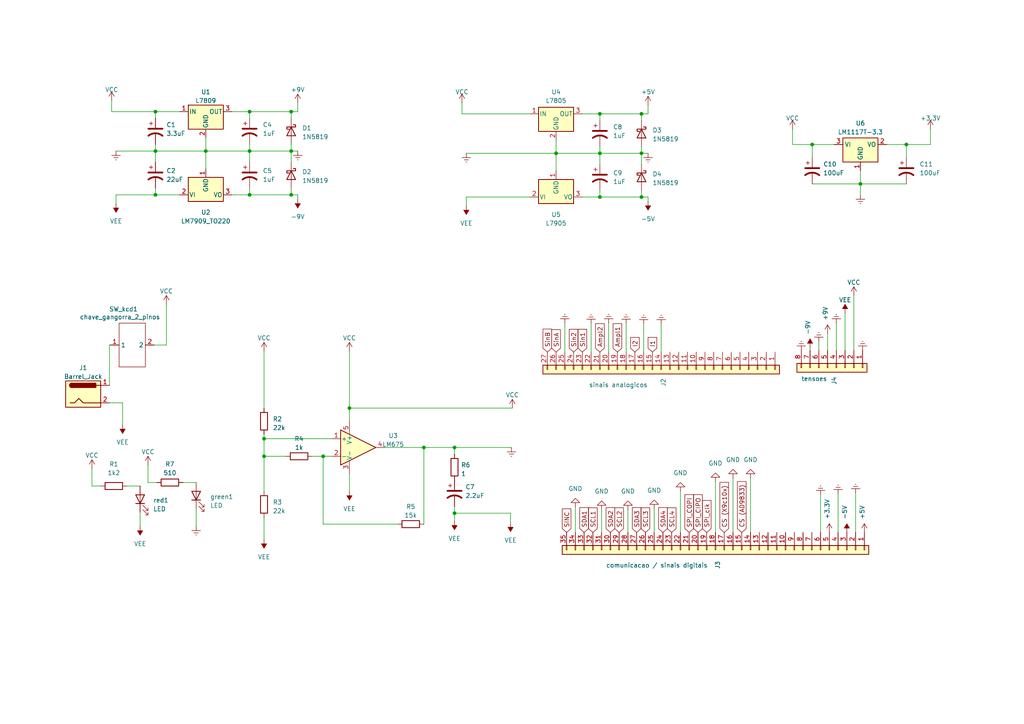
<source format=kicad_sch>
(kicad_sch (version 20230121) (generator eeschema)
  (paper "A4")
  (title_block (title "Fonte de tensao LM675") (date "2023-08-14") (rev "v04.1") (company "EITduino") (comment 1 "Autor: Gustavo Pinheiro") (comment 2 "projeto com uso de capacitores eletroliticos ") (comment 3 "Novo barramento - alteração dos pinos de terra"))
  (lib_symbols
    (symbol "Amplifier_Operational:LM675" (pin_names (offset 0.127))
      (property "Reference" "U" (at 0 7.62 0))
      (property "Value" "LM675" (at 0 5.08 0))
      (symbol "LM675_0_1"
        (polyline (pts (xy -5.08 5.08) (xy 5.08 0) (xy -5.08 -5.08) (xy -5.08 5.08)) (stroke (width 0.254)) (fill (type background)))
      )
      (symbol "LM675_1_1"
        (pin input line (at -7.62 2.54 0) (length 2.54) (name "+") (number "1"))
        (pin input line (at -7.62 -2.54 0) (length 2.54) (name "-") (number "2"))
        (pin power_in line (at -2.54 -7.62 90) (length 3.81) (name "V-") (number "3"))
        (pin output line (at 7.62 0 180) (length 2.54) (name "~") (number "4"))
        (pin power_in line (at -2.54 7.62 270) (length 3.81) (name "V+") (number "5"))
      )
    )
    (symbol "Connector:Barrel_Jack" (pin_names (offset 1.016))
      (property "Reference" "J" (at 0 5.334 0))
      (property "Value" "Barrel_Jack" (at 0 -5.08 0))
      (symbol "Barrel_Jack_0_1"
        (rectangle (start -5.08 3.81) (end 5.08 -3.81) (stroke (width 0.254)) (fill (type background)))
        (arc (start -3.302 3.175) (mid -3.9343 2.54) (end -3.302 1.905) (stroke (width 0.254)))
        (arc (start -3.302 3.175) (mid -3.9343 2.54) (end -3.302 1.905) (stroke (width 0.254)) (fill (type outline)))
        (polyline (pts (xy 5.08 2.54) (xy 3.81 2.54)) (stroke (width 0.254)))
        (polyline (pts (xy -3.81 -2.54) (xy -2.54 -2.54) (xy -1.27 -1.27) (xy 0 -2.54) (xy 2.54 -2.54) (xy 5.08 -2.54)) (stroke (width 0.254)))
        (rectangle (start 3.683 3.175) (end -3.302 1.905) (stroke (width 0.254)) (fill (type outline)))
      )
      (symbol "Barrel_Jack_1_1"
        (pin passive line (at 7.62 2.54 180) (length 2.54) (name "~") (number "1"))
        (pin passive line (at 7.62 -2.54 180) (length 2.54) (name "~") (number "2"))
      )
    )
    (symbol "Connector_Generic:Conn_01x08" (pin_names (offset 1.016) hide)
      (property "Reference" "J" (at 0 10.16 0))
      (property "Value" "Conn_01x08" (at 0 -12.7 0))
      (symbol "Conn_01x08_1_1"
        (rectangle (start -1.27 -10.033) (end 0 -10.287) (stroke (width 0.1524)))
        (rectangle (start -1.27 -7.493) (end 0 -7.747) (stroke (width 0.1524)))
        (rectangle (start -1.27 -4.953) (end 0 -5.207) (stroke (width 0.1524)))
        (rectangle (start -1.27 -2.413) (end 0 -2.667) (stroke (width 0.1524)))
        (rectangle (start -1.27 0.127) (end 0 -0.127) (stroke (width 0.1524)))
        (rectangle (start -1.27 2.667) (end 0 2.413) (stroke (width 0.1524)))
        (rectangle (start -1.27 5.207) (end 0 4.953) (stroke (width 0.1524)))
        (rectangle (start -1.27 7.747) (end 0 7.493) (stroke (width 0.1524)))
        (rectangle (start -1.27 8.89) (end 1.27 -11.43) (stroke (width 0.254)) (fill (type background)))
        (pin passive line (at -5.08 7.62 0) (length 3.81) (name "Pin_1") (number "1"))
        (pin passive line (at -5.08 5.08 0) (length 3.81) (name "Pin_2") (number "2"))
        (pin passive line (at -5.08 2.54 0) (length 3.81) (name "Pin_3") (number "3"))
        (pin passive line (at -5.08 0 0) (length 3.81) (name "Pin_4") (number "4"))
        (pin passive line (at -5.08 -2.54 0) (length 3.81) (name "Pin_5") (number "5"))
        (pin passive line (at -5.08 -5.08 0) (length 3.81) (name "Pin_6") (number "6"))
        (pin passive line (at -5.08 -7.62 0) (length 3.81) (name "Pin_7") (number "7"))
        (pin passive line (at -5.08 -10.16 0) (length 3.81) (name "Pin_8") (number "8"))
      )
    )
    (symbol "Connector_Generic:Conn_01x27" (pin_names (offset 1.016) hide)
      (property "Reference" "J" (at 0 35.56 0))
      (property "Value" "Conn_01x27" (at 0 -35.56 0))
      (symbol "Conn_01x27_1_1"
        (rectangle (start -1.27 -32.893) (end 0 -33.147) (stroke (width 0.1524)))
        (rectangle (start -1.27 -30.353) (end 0 -30.607) (stroke (width 0.1524)))
        (rectangle (start -1.27 -27.813) (end 0 -28.067) (stroke (width 0.1524)))
        (rectangle (start -1.27 -25.273) (end 0 -25.527) (stroke (width 0.1524)))
        (rectangle (start -1.27 -22.733) (end 0 -22.987) (stroke (width 0.1524)))
        (rectangle (start -1.27 -20.193) (end 0 -20.447) (stroke (width 0.1524)))
        (rectangle (start -1.27 -17.653) (end 0 -17.907) (stroke (width 0.1524)))
        (rectangle (start -1.27 -15.113) (end 0 -15.367) (stroke (width 0.1524)))
        (rectangle (start -1.27 -12.573) (end 0 -12.827) (stroke (width 0.1524)))
        (rectangle (start -1.27 -10.033) (end 0 -10.287) (stroke (width 0.1524)))
        (rectangle (start -1.27 -7.493) (end 0 -7.747) (stroke (width 0.1524)))
        (rectangle (start -1.27 -4.953) (end 0 -5.207) (stroke (width 0.1524)))
        (rectangle (start -1.27 -2.413) (end 0 -2.667) (stroke (width 0.1524)))
        (rectangle (start -1.27 0.127) (end 0 -0.127) (stroke (width 0.1524)))
        (rectangle (start -1.27 2.667) (end 0 2.413) (stroke (width 0.1524)))
        (rectangle (start -1.27 5.207) (end 0 4.953) (stroke (width 0.1524)))
        (rectangle (start -1.27 7.747) (end 0 7.493) (stroke (width 0.1524)))
        (rectangle (start -1.27 10.287) (end 0 10.033) (stroke (width 0.1524)))
        (rectangle (start -1.27 12.827) (end 0 12.573) (stroke (width 0.1524)))
        (rectangle (start -1.27 15.367) (end 0 15.113) (stroke (width 0.1524)))
        (rectangle (start -1.27 17.907) (end 0 17.653) (stroke (width 0.1524)))
        (rectangle (start -1.27 20.447) (end 0 20.193) (stroke (width 0.1524)))
        (rectangle (start -1.27 22.987) (end 0 22.733) (stroke (width 0.1524)))
        (rectangle (start -1.27 25.527) (end 0 25.273) (stroke (width 0.1524)))
        (rectangle (start -1.27 28.067) (end 0 27.813) (stroke (width 0.1524)))
        (rectangle (start -1.27 30.607) (end 0 30.353) (stroke (width 0.1524)))
        (rectangle (start -1.27 33.147) (end 0 32.893) (stroke (width 0.1524)))
        (rectangle (start -1.27 34.29) (end 1.27 -34.29) (stroke (width 0.254)) (fill (type background)))
        (pin passive line (at -5.08 33.02 0) (length 3.81) (name "Pin_1") (number "1"))
        (pin passive line (at -5.08 10.16 0) (length 3.81) (name "Pin_10") (number "10"))
        (pin passive line (at -5.08 7.62 0) (length 3.81) (name "Pin_11") (number "11"))
        (pin passive line (at -5.08 5.08 0) (length 3.81) (name "Pin_12") (number "12"))
        (pin passive line (at -5.08 2.54 0) (length 3.81) (name "Pin_13") (number "13"))
        (pin passive line (at -5.08 0 0) (length 3.81) (name "Pin_14") (number "14"))
        (pin passive line (at -5.08 -2.54 0) (length 3.81) (name "Pin_15") (number "15"))
        (pin passive line (at -5.08 -5.08 0) (length 3.81) (name "Pin_16") (number "16"))
        (pin passive line (at -5.08 -7.62 0) (length 3.81) (name "Pin_17") (number "17"))
        (pin passive line (at -5.08 -10.16 0) (length 3.81) (name "Pin_18") (number "18"))
        (pin passive line (at -5.08 -12.7 0) (length 3.81) (name "Pin_19") (number "19"))
        (pin passive line (at -5.08 30.48 0) (length 3.81) (name "Pin_2") (number "2"))
        (pin passive line (at -5.08 -15.24 0) (length 3.81) (name "Pin_20") (number "20"))
        (pin passive line (at -5.08 -17.78 0) (length 3.81) (name "Pin_21") (number "21"))
        (pin passive line (at -5.08 -20.32 0) (length 3.81) (name "Pin_22") (number "22"))
        (pin passive line (at -5.08 -22.86 0) (length 3.81) (name "Pin_23") (number "23"))
        (pin passive line (at -5.08 -25.4 0) (length 3.81) (name "Pin_24") (number "24"))
        (pin passive line (at -5.08 -27.94 0) (length 3.81) (name "Pin_25") (number "25"))
        (pin passive line (at -5.08 -30.48 0) (length 3.81) (name "Pin_26") (number "26"))
        (pin passive line (at -5.08 -33.02 0) (length 3.81) (name "Pin_27") (number "27"))
        (pin passive line (at -5.08 27.94 0) (length 3.81) (name "Pin_3") (number "3"))
        (pin passive line (at -5.08 25.4 0) (length 3.81) (name "Pin_4") (number "4"))
        (pin passive line (at -5.08 22.86 0) (length 3.81) (name "Pin_5") (number "5"))
        (pin passive line (at -5.08 20.32 0) (length 3.81) (name "Pin_6") (number "6"))
        (pin passive line (at -5.08 17.78 0) (length 3.81) (name "Pin_7") (number "7"))
        (pin passive line (at -5.08 15.24 0) (length 3.81) (name "Pin_8") (number "8"))
        (pin passive line (at -5.08 12.7 0) (length 3.81) (name "Pin_9") (number "9"))
      )
    )
    (symbol "Connector_Generic:Conn_01x35" (pin_names (offset 1.016) hide)
      (property "Reference" "J" (at 0 45.72 0))
      (property "Value" "Conn_01x35" (at 0 -45.72 0))
      (symbol "Conn_01x35_1_1"
        (rectangle (start -1.27 -43.053) (end 0 -43.307) (stroke (width 0.1524)))
        (rectangle (start -1.27 -40.513) (end 0 -40.767) (stroke (width 0.1524)))
        (rectangle (start -1.27 -37.973) (end 0 -38.227) (stroke (width 0.1524)))
        (rectangle (start -1.27 -35.433) (end 0 -35.687) (stroke (width 0.1524)))
        (rectangle (start -1.27 -32.893) (end 0 -33.147) (stroke (width 0.1524)))
        (rectangle (start -1.27 -30.353) (end 0 -30.607) (stroke (width 0.1524)))
        (rectangle (start -1.27 -27.813) (end 0 -28.067) (stroke (width 0.1524)))
        (rectangle (start -1.27 -25.273) (end 0 -25.527) (stroke (width 0.1524)))
        (rectangle (start -1.27 -22.733) (end 0 -22.987) (stroke (width 0.1524)))
        (rectangle (start -1.27 -20.193) (end 0 -20.447) (stroke (width 0.1524)))
        (rectangle (start -1.27 -17.653) (end 0 -17.907) (stroke (width 0.1524)))
        (rectangle (start -1.27 -15.113) (end 0 -15.367) (stroke (width 0.1524)))
        (rectangle (start -1.27 -12.573) (end 0 -12.827) (stroke (width 0.1524)))
        (rectangle (start -1.27 -10.033) (end 0 -10.287) (stroke (width 0.1524)))
        (rectangle (start -1.27 -7.493) (end 0 -7.747) (stroke (width 0.1524)))
        (rectangle (start -1.27 -4.953) (end 0 -5.207) (stroke (width 0.1524)))
        (rectangle (start -1.27 -2.413) (end 0 -2.667) (stroke (width 0.1524)))
        (rectangle (start -1.27 0.127) (end 0 -0.127) (stroke (width 0.1524)))
        (rectangle (start -1.27 2.667) (end 0 2.413) (stroke (width 0.1524)))
        (rectangle (start -1.27 5.207) (end 0 4.953) (stroke (width 0.1524)))
        (rectangle (start -1.27 7.747) (end 0 7.493) (stroke (width 0.1524)))
        (rectangle (start -1.27 10.287) (end 0 10.033) (stroke (width 0.1524)))
        (rectangle (start -1.27 12.827) (end 0 12.573) (stroke (width 0.1524)))
        (rectangle (start -1.27 15.367) (end 0 15.113) (stroke (width 0.1524)))
        (rectangle (start -1.27 17.907) (end 0 17.653) (stroke (width 0.1524)))
        (rectangle (start -1.27 20.447) (end 0 20.193) (stroke (width 0.1524)))
        (rectangle (start -1.27 22.987) (end 0 22.733) (stroke (width 0.1524)))
        (rectangle (start -1.27 25.527) (end 0 25.273) (stroke (width 0.1524)))
        (rectangle (start -1.27 28.067) (end 0 27.813) (stroke (width 0.1524)))
        (rectangle (start -1.27 30.607) (end 0 30.353) (stroke (width 0.1524)))
        (rectangle (start -1.27 33.147) (end 0 32.893) (stroke (width 0.1524)))
        (rectangle (start -1.27 35.687) (end 0 35.433) (stroke (width 0.1524)))
        (rectangle (start -1.27 38.227) (end 0 37.973) (stroke (width 0.1524)))
        (rectangle (start -1.27 40.767) (end 0 40.513) (stroke (width 0.1524)))
        (rectangle (start -1.27 43.307) (end 0 43.053) (stroke (width 0.1524)))
        (rectangle (start -1.27 44.45) (end 1.27 -44.45) (stroke (width 0.254)) (fill (type background)))
        (pin passive line (at -5.08 43.18 0) (length 3.81) (name "Pin_1") (number "1"))
        (pin passive line (at -5.08 20.32 0) (length 3.81) (name "Pin_10") (number "10"))
        (pin passive line (at -5.08 17.78 0) (length 3.81) (name "Pin_11") (number "11"))
        (pin passive line (at -5.08 15.24 0) (length 3.81) (name "Pin_12") (number "12"))
        (pin passive line (at -5.08 12.7 0) (length 3.81) (name "Pin_13") (number "13"))
        (pin passive line (at -5.08 10.16 0) (length 3.81) (name "Pin_14") (number "14"))
        (pin passive line (at -5.08 7.62 0) (length 3.81) (name "Pin_15") (number "15"))
        (pin passive line (at -5.08 5.08 0) (length 3.81) (name "Pin_16") (number "16"))
        (pin passive line (at -5.08 2.54 0) (length 3.81) (name "Pin_17") (number "17"))
        (pin passive line (at -5.08 0 0) (length 3.81) (name "Pin_18") (number "18"))
        (pin passive line (at -5.08 -2.54 0) (length 3.81) (name "Pin_19") (number "19"))
        (pin passive line (at -5.08 40.64 0) (length 3.81) (name "Pin_2") (number "2"))
        (pin passive line (at -5.08 -5.08 0) (length 3.81) (name "Pin_20") (number "20"))
        (pin passive line (at -5.08 -7.62 0) (length 3.81) (name "Pin_21") (number "21"))
        (pin passive line (at -5.08 -10.16 0) (length 3.81) (name "Pin_22") (number "22"))
        (pin passive line (at -5.08 -12.7 0) (length 3.81) (name "Pin_23") (number "23"))
        (pin passive line (at -5.08 -15.24 0) (length 3.81) (name "Pin_24") (number "24"))
        (pin passive line (at -5.08 -17.78 0) (length 3.81) (name "Pin_25") (number "25"))
        (pin passive line (at -5.08 -20.32 0) (length 3.81) (name "Pin_26") (number "26"))
        (pin passive line (at -5.08 -22.86 0) (length 3.81) (name "Pin_27") (number "27"))
        (pin passive line (at -5.08 -25.4 0) (length 3.81) (name "Pin_28") (number "28"))
        (pin passive line (at -5.08 -27.94 0) (length 3.81) (name "Pin_29") (number "29"))
        (pin passive line (at -5.08 38.1 0) (length 3.81) (name "Pin_3") (number "3"))
        (pin passive line (at -5.08 -30.48 0) (length 3.81) (name "Pin_30") (number "30"))
        (pin passive line (at -5.08 -33.02 0) (length 3.81) (name "Pin_31") (number "31"))
        (pin passive line (at -5.08 -35.56 0) (length 3.81) (name "Pin_32") (number "32"))
        (pin passive line (at -5.08 -38.1 0) (length 3.81) (name "Pin_33") (number "33"))
        (pin passive line (at -5.08 -40.64 0) (length 3.81) (name "Pin_34") (number "34"))
        (pin passive line (at -5.08 -43.18 0) (length 3.81) (name "Pin_35") (number "35"))
        (pin passive line (at -5.08 35.56 0) (length 3.81) (name "Pin_4") (number "4"))
        (pin passive line (at -5.08 33.02 0) (length 3.81) (name "Pin_5") (number "5"))
        (pin passive line (at -5.08 30.48 0) (length 3.81) (name "Pin_6") (number "6"))
        (pin passive line (at -5.08 27.94 0) (length 3.81) (name "Pin_7") (number "7"))
        (pin passive line (at -5.08 25.4 0) (length 3.81) (name "Pin_8") (number "8"))
        (pin passive line (at -5.08 22.86 0) (length 3.81) (name "Pin_9") (number "9"))
      )
    )
    (symbol "Device:C_Polarized_US" (pin_numbers hide) (pin_names (offset 0.254) hide)
      (property "Reference" "C" (at 0.635 2.54 0))
      (property "Value" "C_Polarized_US" (at 0.635 -2.54 0))
      (symbol "C_Polarized_US_0_1"
        (polyline (pts (xy -2.032 0.762) (xy 2.032 0.762)) (stroke (width 0.508)))
        (polyline (pts (xy -1.778 2.286) (xy -0.762 2.286)))
        (polyline (pts (xy -1.27 1.778) (xy -1.27 2.794)))
        (arc (start 2.032 -1.27) (mid 0 -0.5572) (end -2.032 -1.27) (stroke (width 0.508)))
      )
      (symbol "C_Polarized_US_1_1"
        (pin passive line (at 0 3.81 270) (length 2.794) (name "~") (number "1"))
        (pin passive line (at 0 -3.81 90) (length 3.302) (name "~") (number "2"))
      )
    )
    (symbol "Device:LED" (pin_numbers hide) (pin_names (offset 1.016) hide)
      (property "Reference" "D" (at 0 2.54 0))
      (property "Value" "LED" (at 0 -2.54 0))
      (symbol "LED_0_1"
        (polyline (pts (xy -1.27 -1.27) (xy -1.27 1.27)) (stroke (width 0.254)))
        (polyline (pts (xy -1.27 0) (xy 1.27 0)))
        (polyline (pts (xy 1.27 -1.27) (xy 1.27 1.27) (xy -1.27 0) (xy 1.27 -1.27)) (stroke (width 0.254)))
        (polyline (pts (xy -3.048 -0.762) (xy -4.572 -2.286) (xy -3.81 -2.286) (xy -4.572 -2.286) (xy -4.572 -1.524)))
        (polyline (pts (xy -1.778 -0.762) (xy -3.302 -2.286) (xy -2.54 -2.286) (xy -3.302 -2.286) (xy -3.302 -1.524)))
      )
      (symbol "LED_1_1"
        (pin passive line (at -3.81 0 0) (length 2.54) (name "K") (number "1"))
        (pin passive line (at 3.81 0 180) (length 2.54) (name "A") (number "2"))
      )
    )
    (symbol "Device:R" (pin_numbers hide) (pin_names (offset 0))
      (property "Reference" "R" (at 2.032 0 90))
      (property "Value" "R" (at 0 0 90))
      (symbol "R_0_1"
        (rectangle (start -1.016 -2.54) (end 1.016 2.54) (stroke (width 0.254)))
      )
      (symbol "R_1_1"
        (pin passive line (at 0 3.81 270) (length 1.27) (name "~") (number "1"))
        (pin passive line (at 0 -3.81 90) (length 1.27) (name "~") (number "2"))
      )
    )
    (symbol "Diode:1N5819" (pin_numbers hide) (pin_names (offset 1.016) hide)
      (property "Reference" "D" (at 0 2.54 0))
      (property "Value" "1N5819" (at 0 -2.54 0))
      (symbol "1N5819_0_1"
        (polyline (pts (xy 1.27 0) (xy -1.27 0)))
        (polyline (pts (xy 1.27 1.27) (xy 1.27 -1.27) (xy -1.27 0) (xy 1.27 1.27)) (stroke (width 0.254)))
        (polyline (pts (xy -1.905 0.635) (xy -1.905 1.27) (xy -1.27 1.27) (xy -1.27 -1.27) (xy -0.635 -1.27) (xy -0.635 -0.635)) (stroke (width 0.254)))
      )
      (symbol "1N5819_1_1"
        (pin passive line (at -3.81 0 0) (length 2.54) (name "K") (number "1"))
        (pin passive line (at 3.81 0 180) (length 2.54) (name "A") (number "2"))
      )
    )
    (symbol "Regulator_Linear:L7805" (pin_names (offset 0.254))
      (property "Reference" "U" (at -3.81 3.175 0))
      (property "Value" "L7805" (at 0 3.175 0))
      (symbol "L7805_0_1"
        (rectangle (start -5.08 1.905) (end 5.08 -5.08) (stroke (width 0.254)) (fill (type background)))
      )
      (symbol "L7805_1_1"
        (pin power_in line (at -7.62 0 0) (length 2.54) (name "IN") (number "1"))
        (pin power_in line (at 0 -7.62 90) (length 2.54) (name "GND") (number "2"))
        (pin power_out line (at 7.62 0 180) (length 2.54) (name "OUT") (number "3"))
      )
    )
    (symbol "Regulator_Linear:L7809" (pin_names (offset 0.254))
      (property "Reference" "U" (at -3.81 3.175 0))
      (property "Value" "L7809" (at 0 3.175 0))
      (symbol "L7809_0_1"
        (rectangle (start -5.08 1.905) (end 5.08 -5.08) (stroke (width 0.254)) (fill (type background)))
      )
      (symbol "L7809_1_1"
        (pin power_in line (at -7.62 0 0) (length 2.54) (name "IN") (number "1"))
        (pin power_in line (at 0 -7.62 90) (length 2.54) (name "GND") (number "2"))
        (pin power_out line (at 7.62 0 180) (length 2.54) (name "OUT") (number "3"))
      )
    )
    (symbol "Regulator_Linear:L7905" (pin_names (offset 0.254))
      (property "Reference" "U" (at -3.81 -3.175 0))
      (property "Value" "L7905" (at 0 -3.175 0))
      (symbol "L7905_0_1"
        (rectangle (start -5.08 5.08) (end 5.08 -1.905) (stroke (width 0.254)) (fill (type background)))
      )
      (symbol "L7905_1_1"
        (pin power_in line (at 0 7.62 270) (length 2.54) (name "GND") (number "1"))
        (pin power_in line (at -7.62 0 0) (length 2.54) (name "VI") (number "2"))
        (pin power_out line (at 7.62 0 180) (length 2.54) (name "VO") (number "3"))
      )
    )
    (symbol "Regulator_Linear:LM1117T-3.3"
      (property "Reference" "U" (at -3.81 3.175 0))
      (property "Value" "LM1117T-3.3" (at 0 3.175 0))
      (symbol "LM1117T-3.3_0_1"
        (rectangle (start -5.08 -5.08) (end 5.08 1.905) (stroke (width 0.254)) (fill (type background)))
      )
      (symbol "LM1117T-3.3_1_1"
        (pin power_in line (at 0 -7.62 90) (length 2.54) (name "GND") (number "1"))
        (pin power_out line (at 7.62 0 180) (length 2.54) (name "VO") (number "2"))
        (pin power_in line (at -7.62 0 0) (length 2.54) (name "VI") (number "3"))
      )
    )
    (symbol "Regulator_Linear:LM7909_TO220" (pin_names (offset 0.254))
      (property "Reference" "U" (at -3.81 -3.175 0))
      (property "Value" "LM7909_TO220" (at 0 -3.175 0))
      (symbol "LM7909_TO220_0_1"
        (rectangle (start -5.08 5.08) (end 5.08 -1.905) (stroke (width 0.254)) (fill (type background)))
      )
      (symbol "LM7909_TO220_1_1"
        (pin power_in line (at 0 7.62 270) (length 2.54) (name "GND") (number "1"))
        (pin power_in line (at -7.62 0 0) (length 2.54) (name "VI") (number "2"))
        (pin power_out line (at 7.62 0 180) (length 2.54) (name "VO") (number "3"))
      )
    )
    (symbol "VCC_1" (power) (pin_names (offset 0))
      (property "Value" "VCC_1" (at 0 3.81 0))
      (symbol "VCC_1_0_1"
        (polyline (pts (xy -0.762 1.27) (xy 0 2.54)))
        (polyline (pts (xy 0 0) (xy 0 2.54)))
        (polyline (pts (xy 0 2.54) (xy 0.762 1.27)))
      )
      (symbol "VCC_1_1_1"
        (pin power_in line (at 0 0 90) (length 0) hide (name "VCC") (number "1"))
      )
    )
    (symbol "chave_gangorra_kcd1_2pinos:chave_gangorra_2_pinos"
      (property "Reference" "SW_kcd" (at 0 2.54 0))
      (property "Value" "chave_gangorra_2_pinos" (at 0 1.27 0))
      (symbol "chave_gangorra_2_pinos_0_1"
        (rectangle (start -6.35 6.35) (end 6.35 -1.27))
      )
      (symbol "chave_gangorra_2_pinos_1_1"
        (pin input line (at 0 -3.81 90) (length 2.54) (name "1") (number "1"))
        (pin input line (at 0 8.89 270) (length 2.54) (name "2") (number "2"))
      )
    )
    (symbol "power:+3.3V" (power) (pin_names (offset 0))
      (property "Value" "+3.3V" (at 0 3.556 0))
      (symbol "+3.3V_0_1"
        (polyline (pts (xy -0.762 1.27) (xy 0 2.54)))
        (polyline (pts (xy 0 0) (xy 0 2.54)))
        (polyline (pts (xy 0 2.54) (xy 0.762 1.27)))
      )
      (symbol "+3.3V_1_1"
        (pin power_in line (at 0 0 90) (length 0) hide (name "+3.3V") (number "1"))
      )
    )
    (symbol "power:+5V" (power) (pin_names (offset 0))
      (property "Value" "+5V" (at 0 3.556 0))
      (symbol "+5V_0_1"
        (polyline (pts (xy -0.762 1.27) (xy 0 2.54)))
        (polyline (pts (xy 0 0) (xy 0 2.54)))
        (polyline (pts (xy 0 2.54) (xy 0.762 1.27)))
      )
      (symbol "+5V_1_1"
        (pin power_in line (at 0 0 90) (length 0) hide (name "+5V") (number "1"))
      )
    )
    (symbol "power:+9V" (power) (pin_names (offset 0))
      (property "Value" "+9V" (at 0 3.556 0))
      (symbol "+9V_0_1"
        (polyline (pts (xy -0.762 1.27) (xy 0 2.54)))
        (polyline (pts (xy 0 0) (xy 0 2.54)))
        (polyline (pts (xy 0 2.54) (xy 0.762 1.27)))
      )
      (symbol "+9V_1_1"
        (pin power_in line (at 0 0 90) (length 0) hide (name "+9V") (number "1"))
      )
    )
    (symbol "power:-5V" (power) (pin_names (offset 0))
      (property "Value" "-5V" (at 0 3.81 0))
      (symbol "-5V_0_0"
        (pin power_in line (at 0 0 90) (length 0) hide (name "-5V") (number "1"))
      )
      (symbol "-5V_0_1"
        (polyline (pts (xy 0 0) (xy 0 1.27) (xy 0.762 1.27) (xy 0 2.54) (xy -0.762 1.27) (xy 0 1.27)) (fill (type outline)))
      )
    )
    (symbol "power:-9V" (power) (pin_names (offset 0))
      (property "Value" "-9V" (at 0 3.81 0))
      (symbol "-9V_0_1"
        (polyline (pts (xy 0 0) (xy 0 2.54)))
        (polyline (pts (xy 0.762 1.27) (xy -0.762 1.27) (xy 0 2.54) (xy 0.762 1.27)) (fill (type outline)))
      )
      (symbol "-9V_1_1"
        (pin power_in line (at 0 0 90) (length 0) hide (name "-9V") (number "1"))
      )
    )
    (symbol "power:Earth" (power) (pin_names (offset 0))
      (symbol "Earth_0_1"
        (polyline (pts (xy -0.635 -1.905) (xy 0.635 -1.905)))
        (polyline (pts (xy -0.127 -2.54) (xy 0.127 -2.54)))
        (polyline (pts (xy 0 -1.27) (xy 0 0)))
        (polyline (pts (xy 1.27 -1.27) (xy -1.27 -1.27)))
      )
      (symbol "Earth_1_1"
        (pin power_in line (at 0 0 270) (length 0) hide (name "Earth") (number "1"))
      )
    )
    (symbol "power:GND" (power) (pin_names (offset 0))
      (property "Value" "GND" (at 0 -3.81 0))
      (symbol "GND_0_1"
        (polyline (pts (xy 0 0) (xy 0 -1.27) (xy 1.27 -1.27) (xy 0 -2.54) (xy -1.27 -1.27) (xy 0 -1.27)))
      )
      (symbol "GND_1_1"
        (pin power_in line (at 0 0 270) (length 0) hide (name "GND") (number "1"))
      )
    )
    (symbol "power:VCC" (power) (pin_names (offset 0))
      (property "Value" "VCC" (at 0 3.81 0))
      (symbol "VCC_0_1"
        (polyline (pts (xy -0.762 1.27) (xy 0 2.54)))
        (polyline (pts (xy 0 0) (xy 0 2.54)))
        (polyline (pts (xy 0 2.54) (xy 0.762 1.27)))
      )
      (symbol "VCC_1_1"
        (pin power_in line (at 0 0 90) (length 0) hide (name "VCC") (number "1"))
      )
    )
    (symbol "power:VEE" (power) (pin_names (offset 0))
      (property "Value" "VEE" (at 0 3.81 0))
      (symbol "VEE_0_1"
        (polyline (pts (xy 0 0) (xy 0 2.54)))
        (polyline (pts (xy 0.762 1.27) (xy -0.762 1.27) (xy 0 2.54) (xy 0.762 1.27)) (fill (type outline)))
      )
      (symbol "VEE_1_1"
        (pin power_in line (at 0 0 90) (length 0) hide (name "VEE") (number "1"))
      )
    )
  )
  (junction (at 173.99 57.15))
  (junction (at 84.455 32.385))
  (junction (at 45.085 32.385))
  (junction (at 59.69 43.815))
  (junction (at 101.346 118.364))
  (junction (at 186.055 33.02))
  (junction (at 173.99 44.45))
  (junction (at 235.585 41.91))
  (junction (at 186.055 44.45))
  (junction (at 173.99 33.02))
  (junction (at 84.455 43.815))
  (junction (at 131.826 148.844))
  (junction (at 72.39 56.515))
  (junction (at 76.581 127.254))
  (junction (at 131.826 129.794))
  (junction (at 186.055 57.15))
  (junction (at 45.085 43.815))
  (junction (at 249.555 53.34))
  (junction (at 84.455 56.515))
  (junction (at 72.39 32.385))
  (junction (at 76.581 132.334))
  (junction (at 262.89 41.91))
  (junction (at 161.29 44.45))
  (junction (at 93.726 132.334))
  (junction (at 72.39 43.815))
  (junction (at 122.936 129.794))
  (junction (at 45.085 56.515))
  (wire (pts (xy 93.726 152.019) (xy 93.726 132.334)))
  (wire (pts (xy 269.875 41.91) (xy 262.89 41.91)))
  (wire (pts (xy 32.385 29.21) (xy 32.385 32.385)))
  (wire (pts (xy 245.11 90.805) (xy 245.11 101.6)))
  (wire (pts (xy 101.346 118.364) (xy 101.346 122.174)))
  (wire (pts (xy 48.26 88.265) (xy 48.26 100.076)))
  (wire (pts (xy 235.585 41.91) (xy 241.935 41.91)))
  (wire (pts (xy 229.87 41.91) (xy 235.585 41.91)))
  (wire (pts (xy 148.082 148.844) (xy 131.826 148.844)))
  (wire (pts (xy 45.085 32.385) (xy 52.07 32.385)))
  (wire (pts (xy 40.64 148.59) (xy 40.64 152.654)))
  (wire (pts (xy 33.655 56.515) (xy 45.085 56.515)))
  (wire (pts (xy 93.726 132.334) (xy 96.266 132.334)))
  (wire (pts (xy 53.086 139.954) (xy 56.896 139.954)))
  (wire (pts (xy 33.655 59.055) (xy 33.655 56.515)))
  (wire (pts (xy 186.69 93.98) (xy 186.69 102.108)))
  (wire (pts (xy 84.455 32.385) (xy 86.36 32.385)))
  (wire (pts (xy 59.69 40.005) (xy 59.69 43.815)))
  (wire (pts (xy 131.826 129.794) (xy 148.336 129.794)))
  (wire (pts (xy 234.95 100.838) (xy 234.95 101.6)))
  (wire (pts (xy 240.03 96.774) (xy 240.03 101.6)))
  (wire (pts (xy 191.77 93.98) (xy 191.77 102.108)))
  (wire (pts (xy 45.085 34.29) (xy 45.085 32.385)))
  (wire (pts (xy 173.99 42.545) (xy 173.99 44.45)))
  (wire (pts (xy 133.985 33.02) (xy 153.67 33.02)))
  (wire (pts (xy 186.055 33.02) (xy 187.96 33.02)))
  (wire (pts (xy 26.67 140.97) (xy 29.21 140.97)))
  (wire (pts (xy 181.61 93.853) (xy 181.61 102.108)))
  (wire (pts (xy 56.896 147.574) (xy 56.896 152.654)))
  (wire (pts (xy 133.985 29.845) (xy 133.985 33.02)))
  (wire (pts (xy 173.99 44.45) (xy 186.055 44.45)))
  (wire (pts (xy 84.455 54.61) (xy 84.455 56.515)))
  (wire (pts (xy 31.75 100.076) (xy 32.004 100.076)))
  (wire (pts (xy 174.498 147.828) (xy 174.498 154.432)))
  (wire (pts (xy 168.91 33.02) (xy 173.99 33.02)))
  (wire (pts (xy 248.158 143.002) (xy 248.158 154.432)))
  (wire (pts (xy 135.255 44.45) (xy 161.29 44.45)))
  (wire (pts (xy 186.055 57.15) (xy 187.96 57.15)))
  (wire (pts (xy 131.826 129.794) (xy 131.826 131.699)))
  (wire (pts (xy 135.255 57.15) (xy 153.67 57.15)))
  (wire (pts (xy 84.455 43.815) (xy 86.36 43.815)))
  (wire (pts (xy 237.998 143.51) (xy 237.998 154.432)))
  (wire (pts (xy 76.581 125.984) (xy 76.581 127.254)))
  (wire (pts (xy 262.89 41.91) (xy 262.89 45.72)))
  (wire (pts (xy 173.99 33.02) (xy 173.99 34.925)))
  (wire (pts (xy 84.455 32.385) (xy 84.455 34.29)))
  (wire (pts (xy 173.99 33.02) (xy 186.055 33.02)))
  (wire (pts (xy 35.56 116.84) (xy 35.56 123.19)))
  (wire (pts (xy 173.99 57.15) (xy 186.055 57.15)))
  (wire (pts (xy 242.57 93.726) (xy 242.57 101.6)))
  (wire (pts (xy 45.085 54.61) (xy 45.085 56.515)))
  (wire (pts (xy 42.926 139.954) (xy 45.466 139.954)))
  (wire (pts (xy 207.518 139.7) (xy 207.518 154.432)))
  (wire (pts (xy 84.455 56.515) (xy 86.36 56.515)))
  (wire (pts (xy 67.31 32.385) (xy 72.39 32.385)))
  (wire (pts (xy 131.826 148.844) (xy 131.826 151.13)))
  (wire (pts (xy 122.936 129.794) (xy 122.936 152.019)))
  (wire (pts (xy 148.082 151.638) (xy 148.082 148.844)))
  (wire (pts (xy 229.87 37.465) (xy 229.87 41.91)))
  (wire (pts (xy 237.49 99.06) (xy 237.49 101.6)))
  (wire (pts (xy 84.455 41.91) (xy 84.455 43.815)))
  (wire (pts (xy 72.39 43.815) (xy 84.455 43.815)))
  (wire (pts (xy 163.83 93.726) (xy 163.83 102.108)))
  (wire (pts (xy 59.69 43.815) (xy 72.39 43.815)))
  (wire (pts (xy 197.358 142.494) (xy 197.358 154.432)))
  (wire (pts (xy 235.585 53.34) (xy 249.555 53.34)))
  (wire (pts (xy 186.055 42.545) (xy 186.055 44.45)))
  (wire (pts (xy 186.055 33.02) (xy 186.055 34.925)))
  (wire (pts (xy 187.96 57.15) (xy 187.96 58.42)))
  (wire (pts (xy 26.67 135.89) (xy 26.67 140.97)))
  (wire (pts (xy 42.926 134.874) (xy 42.926 139.954)))
  (wire (pts (xy 72.39 56.515) (xy 84.455 56.515)))
  (wire (pts (xy 76.581 127.254) (xy 96.266 127.254)))
  (wire (pts (xy 36.83 140.97) (xy 40.64 140.97)))
  (wire (pts (xy 131.826 146.939) (xy 131.826 148.844)))
  (wire (pts (xy 173.99 44.45) (xy 173.99 47.625)))
  (wire (pts (xy 249.555 53.34) (xy 249.555 56.515)))
  (wire (pts (xy 186.055 44.45) (xy 187.96 44.45)))
  (wire (pts (xy 44.704 100.076) (xy 48.26 100.076)))
  (wire (pts (xy 45.085 43.815) (xy 59.69 43.815)))
  (wire (pts (xy 101.346 101.854) (xy 101.346 118.364)))
  (wire (pts (xy 168.91 57.15) (xy 173.99 57.15)))
  (wire (pts (xy 115.316 152.019) (xy 93.726 152.019)))
  (wire (pts (xy 176.53 93.726) (xy 176.53 102.108)))
  (wire (pts (xy 161.29 40.64) (xy 161.29 44.45)))
  (wire (pts (xy 45.085 41.91) (xy 45.085 43.815)))
  (wire (pts (xy 122.936 129.794) (xy 131.826 129.794)))
  (wire (pts (xy 161.29 44.45) (xy 173.99 44.45)))
  (wire (pts (xy 84.455 43.815) (xy 84.455 46.99)))
  (wire (pts (xy 186.055 44.45) (xy 186.055 47.625)))
  (wire (pts (xy 45.085 56.515) (xy 52.07 56.515)))
  (wire (pts (xy 76.581 101.854) (xy 76.581 118.364)))
  (wire (pts (xy 182.118 147.828) (xy 182.118 154.432)))
  (wire (pts (xy 161.29 44.45) (xy 161.29 49.53)))
  (wire (pts (xy 32.385 32.385) (xy 45.085 32.385)))
  (wire (pts (xy 247.65 85.725) (xy 247.65 101.6)))
  (wire (pts (xy 173.99 57.15) (xy 173.99 55.245)))
  (wire (pts (xy 33.655 43.815) (xy 45.085 43.815)))
  (wire (pts (xy 72.39 56.515) (xy 72.39 54.61)))
  (wire (pts (xy 86.36 29.845) (xy 86.36 32.385)))
  (wire (pts (xy 72.39 41.91) (xy 72.39 43.815)))
  (wire (pts (xy 269.875 37.465) (xy 269.875 41.91)))
  (wire (pts (xy 76.581 150.114) (xy 76.581 156.464)))
  (wire (pts (xy 187.96 30.48) (xy 187.96 33.02)))
  (wire (pts (xy 86.36 56.515) (xy 86.36 57.785)))
  (wire (pts (xy 257.175 41.91) (xy 262.89 41.91)))
  (wire (pts (xy 101.346 118.364) (xy 148.59 118.364)))
  (wire (pts (xy 67.31 56.515) (xy 72.39 56.515)))
  (wire (pts (xy 59.69 43.815) (xy 59.69 48.895)))
  (wire (pts (xy 249.555 53.34) (xy 262.89 53.34)))
  (wire (pts (xy 76.581 127.254) (xy 76.581 132.334)))
  (wire (pts (xy 31.75 111.76) (xy 31.75 100.076)))
  (wire (pts (xy 76.581 132.334) (xy 82.931 132.334)))
  (wire (pts (xy 186.055 55.245) (xy 186.055 57.15)))
  (wire (pts (xy 171.45 93.853) (xy 171.45 102.108)))
  (wire (pts (xy 72.39 32.385) (xy 84.455 32.385)))
  (wire (pts (xy 72.39 32.385) (xy 72.39 34.29)))
  (wire (pts (xy 90.551 132.334) (xy 93.726 132.334)))
  (wire (pts (xy 217.678 138.684) (xy 217.678 154.432)))
  (wire (pts (xy 111.506 129.794) (xy 122.936 129.794)))
  (wire (pts (xy 243.078 143.256) (xy 243.078 154.432)))
  (wire (pts (xy 166.878 147.066) (xy 166.878 154.432)))
  (wire (pts (xy 31.75 116.84) (xy 35.56 116.84)))
  (wire (pts (xy 189.738 147.574) (xy 189.738 154.432)))
  (wire (pts (xy 235.585 45.72) (xy 235.585 41.91)))
  (wire (pts (xy 249.555 49.53) (xy 249.555 53.34)))
  (wire (pts (xy 101.346 142.494) (xy 101.346 137.414)))
  (wire (pts (xy 72.39 43.815) (xy 72.39 46.99)))
  (wire (pts (xy 45.085 43.815) (xy 45.085 46.99)))
  (wire (pts (xy 76.581 132.334) (xy 76.581 142.494)))
  (wire (pts (xy 212.598 138.684) (xy 212.598 154.432)))
  (wire (pts (xy 135.255 59.69) (xy 135.255 57.15)))
  (global_label "SPI_clk" (shape input) (at 204.978 154.432 90) (property "Intersheetrefs" "${INTERSHEET_REFS}" (effects hide)))
  (global_label "I1" (shape input) (at 189.23 102.108 90) (property "Intersheetrefs" "${INTERSHEET_REFS}" (effects hide)))
  (global_label "SDA3" (shape input) (at 184.658 154.432 90) (property "Intersheetrefs" "${INTERSHEET_REFS}" (effects hide)))
  (global_label "CS (AD9833)" (shape input) (at 215.138 154.432 90) (property "Intersheetrefs" "${INTERSHEET_REFS}" (effects hide)))
  (global_label "SDA2" (shape input) (at 177.038 154.432 90) (property "Intersheetrefs" "${INTERSHEET_REFS}" (effects hide)))
  (global_label "Ampl1" (shape input) (at 179.07 102.108 90) (property "Intersheetrefs" "${INTERSHEET_REFS}" (effects hide)))
  (global_label "SDA1" (shape input) (at 169.418 154.432 90) (property "Intersheetrefs" "${INTERSHEET_REFS}" (effects hide)))
  (global_label "Ampl2" (shape input) (at 173.99 102.108 90) (property "Intersheetrefs" "${INTERSHEET_REFS}" (effects hide)))
  (global_label "SCL2" (shape input) (at 179.578 154.432 90) (property "Intersheetrefs" "${INTERSHEET_REFS}" (effects hide)))
  (global_label "SCL3" (shape input) (at 187.198 154.432 90) (property "Intersheetrefs" "${INTERSHEET_REFS}" (effects hide)))
  (global_label "Sin2" (shape input) (at 166.37 102.108 90) (property "Intersheetrefs" "${INTERSHEET_REFS}" (effects hide)))
  (global_label "SCL4" (shape input) (at 194.818 154.432 90) (property "Intersheetrefs" "${INTERSHEET_REFS}" (effects hide)))
  (global_label "SPI_CIPO" (shape input) (at 202.438 154.432 90) (property "Intersheetrefs" "${INTERSHEET_REFS}" (effects hide)))
  (global_label "SinA" (shape input) (at 161.29 102.108 90) (property "Intersheetrefs" "${INTERSHEET_REFS}" (effects hide)))
  (global_label "SINC" (shape input) (at 164.338 154.432 90) (property "Intersheetrefs" "${INTERSHEET_REFS}" (effects hide)))
  (global_label "I2" (shape input) (at 184.15 102.108 90) (property "Intersheetrefs" "${INTERSHEET_REFS}" (effects hide)))
  (global_label "CS (X9c10x)" (shape input) (at 210.058 154.432 90) (property "Intersheetrefs" "${INTERSHEET_REFS}" (effects hide)))
  (global_label "SinB" (shape input) (at 158.75 102.108 90) (property "Intersheetrefs" "${INTERSHEET_REFS}" (effects hide)))
  (global_label "Sin1" (shape input) (at 168.91 102.108 90) (property "Intersheetrefs" "${INTERSHEET_REFS}" (effects hide)))
  (global_label "SCL1" (shape input) (at 171.958 154.432 90) (property "Intersheetrefs" "${INTERSHEET_REFS}" (effects hide)))
  (global_label "SPI_COPI" (shape input) (at 199.898 154.432 90) (property "Intersheetrefs" "${INTERSHEET_REFS}" (effects hide)))
  (global_label "SDA4" (shape input) (at 192.278 154.432 90) (property "Intersheetrefs" "${INTERSHEET_REFS}" (effects hide)))
  (symbol (lib_id "Device:R") (at 86.741 132.334 90) (unit 1)
    (property "Reference" "R4" (at 86.741 127.254 90))
    (property "Value" "1k" (at 86.741 129.794 90))
    (property "Footprint" "Resistor_THT:R_Axial_DIN0207_L6.3mm_D2.5mm_P7.62mm_Horizontal" (effects hide))
  )
  (symbol (lib_id "power:VCC") (at 48.26 88.265 0) (unit 1)
    (property "Reference" "#PWR0115" (effects hide))
    (property "Value" "VCC" (at 48.26 84.455 0))
  )
  (symbol (lib_id "Device:C_Polarized_US") (at 72.39 38.1 0) (unit 1)
    (property "Reference" "C4" (at 76.2 36.195 0) (effects (justify left)))
    (property "Value" "1uF" (at 76.2 38.735 0) (effects (justify left)))
    (property "Footprint" "Capacitor_THT:CP_Radial_D5.0mm_P2.50mm" (effects hide))
  )
  (symbol (lib_id "Device:C_Polarized_US") (at 235.585 49.53 0) (unit 1)
    (property "Reference" "C10" (at 238.76 47.625 0) (effects (justify left)))
    (property "Value" "100uF" (at 238.76 50.165 0) (effects (justify left)))
    (property "Footprint" "Capacitor_THT:CP_Radial_D5.0mm_P2.50mm" (effects hide))
  )
  (symbol (lib_id "power:Earth") (at 148.336 129.794 0) (unit 1)
    (property "Reference" "#PWR0135" (effects hide))
    (property "Value" "Earth" (effects hide))
  )
  (symbol (lib_id "power:Earth") (at 171.45 93.853 180) (unit 1)
    (property "Reference" "#PWR07" (effects hide))
    (property "Value" "Earth" (effects hide))
  )
  (symbol (lib_id "power:Earth") (at 186.69 93.98 180) (unit 1)
    (property "Reference" "#PWR027" (effects hide))
    (property "Value" "Earth" (effects hide))
  )
  (symbol (lib_id "power:+3.3V") (at 240.538 154.432 0) (unit 1)
    (property "Reference" "#PWR0130" (effects hide))
    (property "Value" "+3.3V" (at 239.903 150.622 90) (effects (justify left)))
  )
  (symbol (lib_id "power:Earth") (at 248.158 143.002 180) (unit 1)
    (property "Reference" "#PWR020" (effects hide))
    (property "Value" "Earth" (effects hide))
  )
  (symbol (lib_id "power:Earth") (at 187.96 44.45 0) (unit 1)
    (property "Reference" "#PWR0110" (effects hide))
    (property "Value" "Earth" (effects hide))
  )
  (symbol (lib_id "Regulator_Linear:L7805") (at 161.29 33.02 0) (unit 1)
    (property "Reference" "U4" (at 161.29 26.67 0))
    (property "Value" "L7805" (at 161.29 29.21 0))
    (property "Footprint" "Package_TO_SOT_THT:TO-220-3_Vertical" (effects hide))
    (property "Datasheet" "http://www.st.com/content/ccc/resource/technical/document/datasheet/41/4f/b3/b0/12/d4/47/88/CD00000444.pdf/files/CD00000444.pdf/jcr:content/translations/en.CD00000444.pdf" (effects hide))
  )
  (symbol (lib_id "power:VCC") (at 133.985 29.845 0) (unit 1)
    (property "Reference" "#PWR0107" (effects hide))
    (property "Value" "VCC" (at 133.985 26.67 0))
  )
  (symbol (lib_id "power:VCC") (at 101.346 101.854 0) (unit 1)
    (property "Reference" "#PWR0120" (effects hide))
    (property "Value" "VCC" (at 101.346 98.044 0))
  )
  (symbol (lib_id "power:VCC") (at 148.59 118.364 0) (unit 1)
    (property "Reference" "#PWR0132" (effects hide))
    (property "Value" "VCC" (at 148.59 114.554 0))
  )
  (symbol (lib_id "power:VEE") (at 101.346 142.494 180) (unit 1)
    (property "Reference" "#PWR04" (effects hide))
    (property "Value" "VEE" (at 101.346 147.574 0))
  )
  (symbol (lib_id "power:VEE") (at 135.255 59.69 180) (unit 1)
    (property "Reference" "#PWR0109" (effects hide))
    (property "Value" "VEE" (at 135.255 64.77 0))
  )
  (symbol (lib_id "power:Earth") (at 56.896 152.654 0) (unit 1)
    (property "Reference" "#PWR015" (effects hide))
    (property "Value" "Earth" (effects hide))
  )
  (symbol (lib_id "power:GND") (at 189.738 147.574 180) (unit 1)
    (property "Reference" "#PWR012" (effects hide))
    (property "Value" "GND" (at 189.738 142.24 0))
  )
  (symbol (lib_id "Device:C_Polarized_US") (at 45.085 50.8 0) (unit 1)
    (property "Reference" "C2" (at 48.26 49.53 0) (effects (justify left)))
    (property "Value" "22uF" (at 48.26 52.07 0) (effects (justify left)))
    (property "Footprint" "Capacitor_THT:CP_Radial_D5.0mm_P2.50mm" (effects hide))
  )
  (symbol (lib_id "Device:R") (at 119.126 152.019 90) (unit 1)
    (property "Reference" "R5" (at 119.126 146.939 90))
    (property "Value" "15k" (at 119.126 149.479 90))
    (property "Footprint" "Resistor_THT:R_Axial_DIN0207_L6.3mm_D2.5mm_P7.62mm_Horizontal" (effects hide))
  )
  (symbol (lib_id "power:VEE") (at 131.826 151.13 180) (unit 1)
    (property "Reference" "#PWR05" (effects hide))
    (property "Value" "VEE" (at 131.826 156.21 0))
  )
  (symbol (lib_id "Connector_Generic:Conn_01x27") (at 191.77 107.188 270) (unit 1)
    (property "Reference" "J2" (at 192.405 109.728 0) (effects (justify left)))
    (property "Value" "sinais analogicos" (at 170.815 111.633 90) (effects (justify left)))
    (property "Footprint" "Connector_PinHeader_2.54mm:PinHeader_1x27_P2.54mm_Vertical" (effects hide))
  )
  (symbol (lib_id "Device:C_Polarized_US") (at 45.085 38.1 0) (unit 1)
    (property "Reference" "C1" (at 48.26 36.195 0) (effects (justify left)))
    (property "Value" "3.3uF" (at 48.26 38.735 0) (effects (justify left)))
    (property "Footprint" "Capacitor_THT:CP_Radial_D5.0mm_P2.50mm" (effects hide))
  )
  (symbol (lib_id "power:VEE") (at 245.11 90.805 0) (unit 1)
    (property "Reference" "#PWR0123" (effects hide))
    (property "Value" "VEE" (at 245.11 86.995 0))
  )
  (symbol (lib_id "Device:R") (at 76.581 122.174 0) (unit 1)
    (property "Reference" "R2" (at 79.121 121.539 0) (effects (justify left)))
    (property "Value" "22k" (at 79.121 124.079 0) (effects (justify left)))
    (property "Footprint" "Resistor_THT:R_Axial_DIN0207_L6.3mm_D2.5mm_P7.62mm_Horizontal" (effects hide))
  )
  (symbol (lib_id "Connector_Generic:Conn_01x08") (at 242.57 106.68 270) (unit 1)
    (property "Reference" "J4" (at 241.935 109.22 0) (effects (justify left)))
    (property "Value" "tensoes" (at 232.41 109.855 90) (effects (justify left)))
    (property "Footprint" "Connector_PinHeader_2.54mm:PinHeader_1x08_P2.54mm_Vertical" (effects hide))
  )
  (symbol (lib_id "power:Earth") (at 163.83 93.726 180) (unit 1)
    (property "Reference" "#PWR06" (effects hide))
    (property "Value" "Earth" (effects hide))
  )
  (symbol (lib_id "Amplifier_Operational:LM675") (at 103.886 129.794 0) (unit 1)
    (property "Reference" "U3" (at 114.046 126.3651 0))
    (property "Value" "LM675" (at 114.046 128.9051 0))
    (property "Footprint" "Package_TO_SOT_THT:TO-220-5_P3.4x3.7mm_StaggerOdd_Lead3.8mm_Vertical" (effects hide))
    (property "Datasheet" "http://www.ti.com/lit/ds/symlink/lm675.pdf" (effects hide))
  )
  (symbol (lib_name "VCC_1") (lib_id "power:VCC") (at 42.926 134.874 0) (unit 1)
    (property "Reference" "#PWR01" (effects hide))
    (property "Value" "VCC" (at 42.926 131.064 0))
  )
  (symbol (lib_id "power:VCC") (at 32.385 29.21 0) (unit 1)
    (property "Reference" "#PWR0101" (effects hide))
    (property "Value" "VCC" (at 32.385 26.035 0))
  )
  (symbol (lib_id "power:-5V") (at 187.96 58.42 180) (unit 1)
    (property "Reference" "#PWR0113" (effects hide))
    (property "Value" "-5V" (at 187.96 63.5 0))
  )
  (symbol (lib_id "power:+9V") (at 86.36 29.845 0) (unit 1)
    (property "Reference" "#PWR0103" (effects hide))
    (property "Value" "+9V" (at 86.36 26.035 0))
  )
  (symbol (lib_id "power:VEE") (at 76.581 156.464 180) (unit 1)
    (property "Reference" "#PWR03" (effects hide))
    (property "Value" "VEE" (at 76.581 161.544 0))
  )
  (symbol (lib_id "Device:C_Polarized_US") (at 262.89 49.53 0) (unit 1)
    (property "Reference" "C11" (at 266.7 47.625 0) (effects (justify left)))
    (property "Value" "100uF" (at 266.7 50.165 0) (effects (justify left)))
    (property "Footprint" "Capacitor_THT:CP_Radial_D5.0mm_P2.50mm" (effects hide))
  )
  (symbol (lib_id "Device:C_Polarized_US") (at 131.826 143.129 0) (unit 1)
    (property "Reference" "C7" (at 135.001 141.224 0) (effects (justify left)))
    (property "Value" "2.2uF" (at 135.001 143.764 0) (effects (justify left)))
    (property "Footprint" "Capacitor_THT:CP_Radial_D5.0mm_P2.50mm" (effects hide))
  )
  (symbol (lib_id "Device:R") (at 131.826 135.509 0) (unit 1)
    (property "Reference" "R6" (at 133.731 134.874 0) (effects (justify left)))
    (property "Value" "1" (at 133.731 137.414 0) (effects (justify left)))
    (property "Footprint" "Resistor_THT:R_Axial_DIN0207_L6.3mm_D2.5mm_P7.62mm_Horizontal" (effects hide))
  )
  (symbol (lib_id "power:GND") (at 182.118 147.828 180) (unit 1)
    (property "Reference" "#PWR011" (effects hide))
    (property "Value" "GND" (at 182.118 142.494 0))
  )
  (symbol (lib_id "power:Earth") (at 176.53 93.726 180) (unit 1)
    (property "Reference" "#PWR026" (effects hide))
    (property "Value" "Earth" (effects hide))
  )
  (symbol (lib_id "power:GND") (at 174.498 147.828 180) (unit 1)
    (property "Reference" "#PWR010" (effects hide))
    (property "Value" "GND" (at 174.498 142.494 0))
  )
  (symbol (lib_id "power:GND") (at 217.678 138.684 180) (unit 1)
    (property "Reference" "#PWR018" (effects hide))
    (property "Value" "GND" (at 217.678 133.35 0))
  )
  (symbol (lib_id "power:-5V") (at 245.618 154.432 0) (unit 1)
    (property "Reference" "#PWR0128" (effects hide))
    (property "Value" "-5V" (at 244.983 150.622 90) (effects (justify left)))
  )
  (symbol (lib_id "Diode:1N5819") (at 84.455 50.8 270) (unit 1)
    (property "Reference" "D2" (at 87.63 49.8475 90) (effects (justify left)))
    (property "Value" "1N5819" (at 87.63 52.3875 90) (effects (justify left)))
    (property "Footprint" "Diode_THT:D_DO-41_SOD81_P10.16mm_Horizontal" (effects hide))
    (property "Datasheet" "http://www.vishay.com/docs/88525/1n5817.pdf" (effects hide))
  )
  (symbol (lib_id "power:GND") (at 197.358 142.494 180) (unit 1)
    (property "Reference" "#PWR014" (effects hide))
    (property "Value" "GND" (at 197.358 137.16 0))
  )
  (symbol (lib_id "power:Earth") (at 135.255 44.45 0) (unit 1)
    (property "Reference" "#PWR0108" (effects hide))
    (property "Value" "Earth" (effects hide))
  )
  (symbol (lib_id "power:-9V") (at 234.95 100.838 0) (unit 1)
    (property "Reference" "#PWR0127" (effects hide))
    (property "Value" "-9V" (at 234.315 97.028 90) (effects (justify left)))
  )
  (symbol (lib_id "Diode:1N5819") (at 84.455 38.1 270) (unit 1)
    (property "Reference" "D1" (at 87.63 37.1475 90) (effects (justify left)))
    (property "Value" "1N5819" (at 87.63 39.6875 90) (effects (justify left)))
    (property "Footprint" "Diode_THT:D_DO-41_SOD81_P10.16mm_Horizontal" (effects hide))
    (property "Datasheet" "http://www.vishay.com/docs/88525/1n5817.pdf" (effects hide))
  )
  (symbol (lib_id "power:Earth") (at 250.19 101.6 180) (unit 1)
    (property "Reference" "#PWR0125" (effects hide))
    (property "Value" "Earth" (effects hide))
  )
  (symbol (lib_id "power:Earth") (at 232.41 101.6 180) (unit 1)
    (property "Reference" "#PWR023" (effects hide))
    (property "Value" "Earth" (effects hide))
  )
  (symbol (lib_id "power:+5V") (at 250.698 154.432 0) (unit 1)
    (property "Reference" "#PWR0129" (effects hide))
    (property "Value" "+5V" (at 250.063 150.622 90) (effects (justify left)))
  )
  (symbol (lib_id "power:VEE") (at 148.082 151.638 180) (unit 1)
    (property "Reference" "#PWR0136" (effects hide))
    (property "Value" "VEE" (at 148.082 156.718 0))
  )
  (symbol (lib_id "Regulator_Linear:LM7909_TO220") (at 59.69 56.515 0) (unit 1)
    (property "Reference" "U2" (at 59.69 61.595 0))
    (property "Value" "LM7909_TO220" (at 59.69 64.135 0))
    (property "Footprint" "Package_TO_SOT_THT:TO-220-3_Vertical" (effects hide))
    (property "Datasheet" "https://www.onsemi.com/pub/Collateral/MC7900-D.PDF" (effects hide))
  )
  (symbol (lib_id "Connector_Generic:Conn_01x35") (at 207.518 159.512 270) (unit 1)
    (property "Reference" "J3" (at 208.153 162.687 0) (effects (justify left)))
    (property "Value" "comunicacao / sinais digitais" (at 175.768 163.957 90) (effects (justify left)))
    (property "Footprint" "Connector_PinHeader_2.54mm:PinHeader_1x35_P2.54mm_Vertical" (effects hide))
  )
  (symbol (lib_id "power:Earth") (at 237.49 99.06 180) (unit 1)
    (property "Reference" "#PWR024" (effects hide))
    (property "Value" "Earth" (effects hide))
  )
  (symbol (lib_id "Device:LED") (at 40.64 144.78 90) (unit 1)
    (property "Reference" "red1" (at 44.45 145.0975 90) (effects (justify right)))
    (property "Value" "LED" (at 44.45 147.6375 90) (effects (justify right)))
    (property "Footprint" "LED_THT:LED_D5.0mm" (effects hide))
  )
  (symbol (lib_id "power:+5V") (at 187.96 30.48 0) (unit 1)
    (property "Reference" "#PWR0112" (effects hide))
    (property "Value" "+5V" (at 187.96 26.67 0))
  )
  (symbol (lib_id "chave_gangorra_kcd1_2pinos:chave_gangorra_2_pinos") (at 35.814 100.076 270) (unit 1)
    (property "Reference" "SW_kcd1" (at 35.814 89.662 90))
    (property "Value" "chave_gangorra_2_pinos" (at 34.798 91.948 90))
  )
  (symbol (lib_id "power:Earth") (at 242.57 93.726 180) (unit 1)
    (property "Reference" "#PWR025" (effects hide))
    (property "Value" "Earth" (effects hide))
  )
  (symbol (lib_id "Device:R") (at 33.02 140.97 90) (unit 1)
    (property "Reference" "R1" (at 33.02 134.62 90))
    (property "Value" "1k2" (at 33.02 137.16 90))
    (property "Footprint" "Resistor_THT:R_Axial_DIN0207_L6.3mm_D2.5mm_P7.62mm_Horizontal" (effects hide))
  )
  (symbol (lib_id "Device:LED") (at 56.896 143.764 90) (unit 1)
    (property "Reference" "green1" (at 60.96 144.0815 90) (effects (justify right)))
    (property "Value" "LED" (at 60.96 146.6215 90) (effects (justify right)))
    (property "Footprint" "LED_THT:LED_D5.0mm" (effects hide))
  )
  (symbol (lib_id "power:VCC") (at 247.65 85.725 0) (unit 1)
    (property "Reference" "#PWR0124" (effects hide))
    (property "Value" "VCC" (at 247.65 81.915 0))
  )
  (symbol (lib_name "VCC_1") (lib_id "power:VCC") (at 26.67 135.89 0) (unit 1)
    (property "Reference" "#PWR0114" (effects hide))
    (property "Value" "VCC" (at 26.67 132.08 0))
  )
  (symbol (lib_id "power:-9V") (at 86.36 57.785 180) (unit 1)
    (property "Reference" "#PWR0105" (effects hide))
    (property "Value" "-9V" (at 86.36 62.865 0))
  )
  (symbol (lib_id "power:Earth") (at 33.655 43.815 0) (unit 1)
    (property "Reference" "#PWR0102" (effects hide))
    (property "Value" "Earth" (effects hide))
  )
  (symbol (lib_id "power:VCC") (at 76.581 101.854 0) (unit 1)
    (property "Reference" "#PWR0119" (effects hide))
    (property "Value" "VCC" (at 76.581 98.044 0))
  )
  (symbol (lib_id "power:+9V") (at 240.03 96.774 0) (unit 1)
    (property "Reference" "#PWR0131" (effects hide))
    (property "Value" "+9V" (at 239.395 92.964 90) (effects (justify left)))
  )
  (symbol (lib_id "power:Earth") (at 249.555 56.515 0) (unit 1)
    (property "Reference" "#PWR0122" (effects hide))
    (property "Value" "Earth" (effects hide))
  )
  (symbol (lib_id "Device:R") (at 49.276 139.954 90) (unit 1)
    (property "Reference" "R7" (at 49.276 134.62 90))
    (property "Value" "510" (at 49.276 137.16 90))
    (property "Footprint" "Resistor_THT:R_Axial_DIN0207_L6.3mm_D2.5mm_P7.62mm_Horizontal" (effects hide))
  )
  (symbol (lib_id "Device:R") (at 76.581 146.304 0) (unit 1)
    (property "Reference" "R3" (at 79.121 145.669 0) (effects (justify left)))
    (property "Value" "22k" (at 79.121 148.209 0) (effects (justify left)))
    (property "Footprint" "Resistor_THT:R_Axial_DIN0207_L6.3mm_D2.5mm_P7.62mm_Horizontal" (effects hide))
  )
  (symbol (lib_id "Regulator_Linear:L7905") (at 161.29 57.15 0) (unit 1)
    (property "Reference" "U5" (at 161.29 62.23 0))
    (property "Value" "L7905" (at 161.29 64.77 0))
    (property "Footprint" "Package_TO_SOT_THT:TO-220-3_Vertical" (effects hide))
    (property "Datasheet" "http://www.st.com/content/ccc/resource/technical/document/datasheet/c9/16/86/41/c7/2b/45/f2/CD00000450.pdf/files/CD00000450.pdf/jcr:content/translations/en.CD00000450.pdf" (effects hide))
  )
  (symbol (lib_id "power:Earth") (at 181.61 93.853 180) (unit 1)
    (property "Reference" "#PWR08" (effects hide))
    (property "Value" "Earth" (effects hide))
  )
  (symbol (lib_id "power:GND") (at 166.878 147.066 180) (unit 1)
    (property "Reference" "#PWR028" (effects hide))
    (property "Value" "GND" (at 166.878 141.732 0))
  )
  (symbol (lib_id "Device:C_Polarized_US") (at 72.39 50.8 0) (unit 1)
    (property "Reference" "C5" (at 76.2 49.53 0) (effects (justify left)))
    (property "Value" "1uF" (at 76.2 52.07 0) (effects (justify left)))
    (property "Footprint" "Capacitor_THT:CP_Radial_D5.0mm_P2.50mm" (effects hide))
  )
  (symbol (lib_id "Diode:1N5819") (at 186.055 51.435 270) (unit 1)
    (property "Reference" "D4" (at 189.23 50.4825 90) (effects (justify left)))
    (property "Value" "1N5819" (at 189.23 53.0225 90) (effects (justify left)))
    (property "Footprint" "Diode_THT:D_DO-41_SOD81_P10.16mm_Horizontal" (effects hide))
    (property "Datasheet" "http://www.vishay.com/docs/88525/1n5817.pdf" (effects hide))
  )
  (symbol (lib_id "power:VEE") (at 33.655 59.055 180) (unit 1)
    (property "Reference" "#PWR0104" (effects hide))
    (property "Value" "VEE" (at 33.655 64.135 0))
  )
  (symbol (lib_id "power:GND") (at 212.598 138.684 180) (unit 1)
    (property "Reference" "#PWR017" (effects hide))
    (property "Value" "GND" (at 212.598 133.35 0))
  )
  (symbol (lib_id "power:VEE") (at 40.64 152.654 180) (unit 1)
    (property "Reference" "#PWR013" (effects hide))
    (property "Value" "VEE" (at 40.64 157.734 0))
  )
  (symbol (lib_id "Connector:Barrel_Jack") (at 24.13 114.3 0) (unit 1)
    (property "Reference" "J1" (at 24.13 106.68 0))
    (property "Value" "Barrel_Jack" (at 24.13 109.22 0))
    (property "Footprint" "Connector_BarrelJack:BarrelJack_GCT_DCJ200-10-A_Horizontal" (effects hide))
  )
  (symbol (lib_id "Device:C_Polarized_US") (at 173.99 38.735 0) (unit 1)
    (property "Reference" "C8" (at 177.8 36.83 0) (effects (justify left)))
    (property "Value" "1uF" (at 177.8 39.37 0) (effects (justify left)))
    (property "Footprint" "Capacitor_THT:CP_Radial_D5.0mm_P2.50mm" (effects hide))
  )
  (symbol (lib_id "power:GND") (at 207.518 139.7 180) (unit 1)
    (property "Reference" "#PWR016" (effects hide))
    (property "Value" "GND" (at 207.518 134.366 0))
  )
  (symbol (lib_id "power:Earth") (at 86.36 43.815 0) (unit 1)
    (property "Reference" "#PWR0106" (effects hide))
    (property "Value" "Earth" (effects hide))
  )
  (symbol (lib_id "Regulator_Linear:L7809") (at 59.69 32.385 0) (unit 1)
    (property "Reference" "U1" (at 59.69 26.67 0))
    (property "Value" "L7809" (at 59.69 29.21 0))
    (property "Footprint" "Package_TO_SOT_THT:TO-220-3_Vertical" (effects hide))
    (property "Datasheet" "http://www.st.com/content/ccc/resource/technical/document/datasheet/41/4f/b3/b0/12/d4/47/88/CD00000444.pdf/files/CD00000444.pdf/jcr:content/translations/en.CD00000444.pdf" (effects hide))
  )
  (symbol (lib_id "Device:C_Polarized_US") (at 173.99 51.435 0) (unit 1)
    (property "Reference" "C9" (at 177.8 50.165 0) (effects (justify left)))
    (property "Value" "1uF" (at 177.8 52.705 0) (effects (justify left)))
    (property "Footprint" "Capacitor_THT:CP_Radial_D5.0mm_P2.50mm" (effects hide))
  )
  (symbol (lib_id "power:Earth") (at 237.998 143.51 180) (unit 1)
    (property "Reference" "#PWR022" (effects hide))
    (property "Value" "Earth" (effects hide))
  )
  (symbol (lib_id "power:VEE") (at 35.56 123.19 180) (unit 1)
    (property "Reference" "#PWR02" (effects hide))
    (property "Value" "VEE" (at 35.56 128.27 0))
  )
  (symbol (lib_id "power:Earth") (at 243.078 143.256 180) (unit 1)
    (property "Reference" "#PWR021" (effects hide))
    (property "Value" "Earth" (effects hide))
  )
  (symbol (lib_id "Diode:1N5819") (at 186.055 38.735 270) (unit 1)
    (property "Reference" "D3" (at 189.23 37.7825 90) (effects (justify left)))
    (property "Value" "1N5819" (at 189.23 40.3225 90) (effects (justify left)))
    (property "Footprint" "Diode_THT:D_DO-41_SOD81_P10.16mm_Horizontal" (effects hide))
    (property "Datasheet" "http://www.vishay.com/docs/88525/1n5817.pdf" (effects hide))
  )
  (symbol (lib_id "power:+3.3V") (at 269.875 37.465 0) (unit 1)
    (property "Reference" "#PWR0126" (effects hide))
    (property "Value" "+3.3V" (at 269.875 34.29 0))
  )
  (symbol (lib_id "Regulator_Linear:LM1117T-3.3") (at 249.555 41.91 0) (unit 1)
    (property "Reference" "U6" (at 249.555 35.7633 0))
    (property "Value" "LM1117T-3.3" (at 249.555 38.3033 0))
    (property "Footprint" "Package_TO_SOT_THT:TO-220-3_Vertical" (effects hide))
    (property "Datasheet" "http://www.ti.com/lit/ds/symlink/lm1117.pdf" (effects hide))
  )
  (symbol (lib_id "power:Earth") (at 191.77 93.98 180) (unit 1)
    (property "Reference" "#PWR09" (effects hide))
    (property "Value" "Earth" (effects hide))
  )
  (symbol (lib_id "power:VCC") (at 229.87 37.465 0) (unit 1)
    (property "Reference" "#PWR0111" (effects hide))
    (property "Value" "VCC" (at 229.87 34.29 0))
  )
)
</source>
